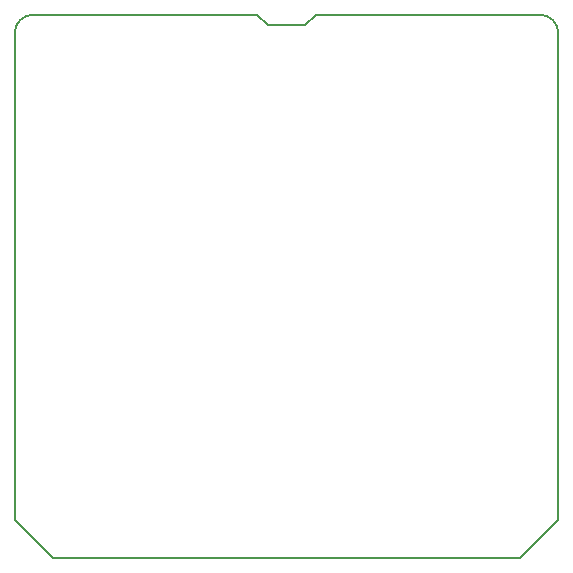
<source format=gko>
G04 #@! TF.GenerationSoftware,KiCad,Pcbnew,(5.0.2)-1*
G04 #@! TF.CreationDate,2019-01-31T16:36:43+01:00*
G04 #@! TF.ProjectId,SHMod24_RF_IR_Bridge,53484d6f-6432-4345-9f52-465f49525f42,rev?*
G04 #@! TF.SameCoordinates,Original*
G04 #@! TF.FileFunction,Profile,NP*
%FSLAX46Y46*%
G04 Gerber Fmt 4.6, Leading zero omitted, Abs format (unit mm)*
G04 Created by KiCad (PCBNEW (5.0.2)-1) date 31/01/2019 16:36:43*
%MOMM*%
%LPD*%
G01*
G04 APERTURE LIST*
%ADD10C,0.200000*%
G04 APERTURE END LIST*
D10*
X44500000Y0D02*
G75*
G02X46000000Y-1500000I0J-1500000D01*
G01*
X0Y-1500000D02*
G75*
G02X1500000Y0I1500000J0D01*
G01*
X25500000Y0D02*
X44500000Y0D01*
X20500000Y0D02*
X21400000Y-900000D01*
X24600000Y-900000D02*
X25500000Y0D01*
X21400000Y-900000D02*
X24600000Y-900000D01*
X46000000Y-42800000D02*
X42800000Y-46000000D01*
X0Y-42800000D02*
X0Y-1500000D01*
X3200000Y-46000000D02*
X0Y-42800000D01*
X42800000Y-46000000D02*
X3200000Y-46000000D01*
X46000000Y-1500000D02*
X46000000Y-42800000D01*
X1500000Y0D02*
X20500000Y0D01*
M02*

</source>
